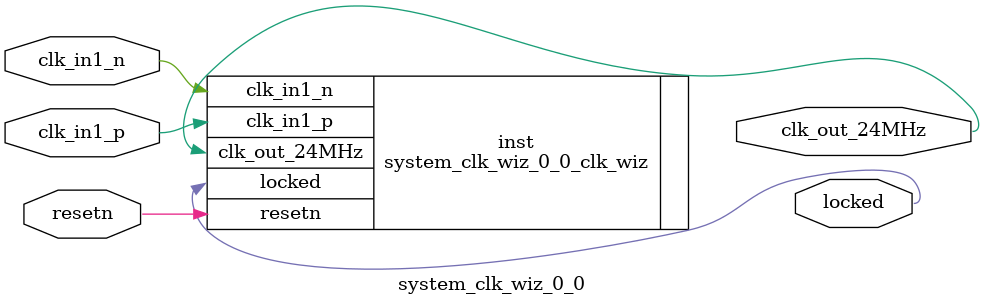
<source format=v>


`timescale 1ps/1ps

(* CORE_GENERATION_INFO = "system_clk_wiz_0_0,clk_wiz_v6_0_9_0_0,{component_name=system_clk_wiz_0_0,use_phase_alignment=true,use_min_o_jitter=false,use_max_i_jitter=false,use_dyn_phase_shift=false,use_inclk_switchover=false,use_dyn_reconfig=false,enable_axi=0,feedback_source=FDBK_AUTO,PRIMITIVE=MMCM,num_out_clk=1,clkin1_period=5.000,clkin2_period=10.0,use_power_down=false,use_reset=true,use_locked=true,use_inclk_stopped=false,feedback_type=SINGLE,CLOCK_MGR_TYPE=NA,manual_override=false}" *)

module system_clk_wiz_0_0 
 (
  // Clock out ports
  output        clk_out_24MHz,
  // Status and control signals
  input         resetn,
  output        locked,
 // Clock in ports
  input         clk_in1_p,
  input         clk_in1_n
 );

  system_clk_wiz_0_0_clk_wiz inst
  (
  // Clock out ports  
  .clk_out_24MHz(clk_out_24MHz),
  // Status and control signals               
  .resetn(resetn), 
  .locked(locked),
 // Clock in ports
  .clk_in1_p(clk_in1_p),
  .clk_in1_n(clk_in1_n)
  );

endmodule

</source>
